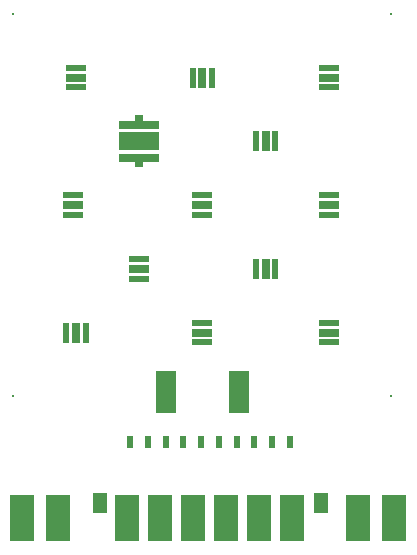
<source format=gts>
G04*
G04 #@! TF.GenerationSoftware,Altium Limited,Altium Designer,23.2.1 (34)*
G04*
G04 Layer_Color=8388736*
%FSLAX44Y44*%
%MOMM*%
G71*
G04*
G04 #@! TF.SameCoordinates,6A6E008A-4200-4647-9FD2-FB3E41D18EF4*
G04*
G04*
G04 #@! TF.FilePolarity,Negative*
G04*
G01*
G75*
%ADD22R,1.2500X1.8000*%
%ADD23R,0.6000X1.0000*%
%ADD25R,0.5500X1.8000*%
%ADD26R,0.6500X1.8000*%
%ADD27R,1.8000X0.5500*%
%ADD28R,1.8000X0.6500*%
%ADD29R,3.5032X1.5032*%
%ADD30R,3.5032X0.7032*%
%ADD31R,2.1082X4.0132*%
%ADD32R,1.6532X3.6532*%
%ADD33R,0.7032X0.7532*%
%ADD34C,0.2032*%
D22*
X103450Y45500D02*
D03*
X290550D02*
D03*
D23*
X264500Y97400D02*
D03*
X249500D02*
D03*
X234500D02*
D03*
X219500D02*
D03*
X204500D02*
D03*
X189500D02*
D03*
X174500D02*
D03*
X159500D02*
D03*
X144500D02*
D03*
X129500D02*
D03*
D25*
X252250Y244000D02*
D03*
X235750D02*
D03*
X91750Y190000D02*
D03*
X75250D02*
D03*
X252250Y352000D02*
D03*
X235750D02*
D03*
X198750Y406000D02*
D03*
X182250D02*
D03*
D26*
X244000Y244000D02*
D03*
X83500Y190000D02*
D03*
X244000Y352000D02*
D03*
X190500Y406000D02*
D03*
D27*
X137000Y252250D02*
D03*
Y235750D02*
D03*
X297500Y181750D02*
D03*
Y198250D02*
D03*
Y397750D02*
D03*
Y414250D02*
D03*
X83500Y414250D02*
D03*
Y397750D02*
D03*
X190500Y306250D02*
D03*
Y289750D02*
D03*
X297500Y289750D02*
D03*
Y306250D02*
D03*
X81224Y306250D02*
D03*
Y289750D02*
D03*
X190500Y198250D02*
D03*
Y181750D02*
D03*
D28*
X137000Y244000D02*
D03*
X297500Y190000D02*
D03*
Y406000D02*
D03*
X83500Y406000D02*
D03*
X190500Y298000D02*
D03*
X297500Y298000D02*
D03*
X81224Y298000D02*
D03*
X190500Y190000D02*
D03*
D29*
X137000Y352000D02*
D03*
D30*
Y338000D02*
D03*
Y366000D02*
D03*
D31*
X182880Y33020D02*
D03*
X353060D02*
D03*
X322580D02*
D03*
X266700D02*
D03*
X238760D02*
D03*
X210820D02*
D03*
X154940D02*
D03*
X127000D02*
D03*
X68580D02*
D03*
X38100D02*
D03*
D32*
X159500Y139928D02*
D03*
X221500D02*
D03*
D33*
X137000Y370750D02*
D03*
X137000Y333250D02*
D03*
D34*
X350000Y136500D02*
D03*
X30000D02*
D03*
X350000Y460000D02*
D03*
X30000D02*
D03*
M02*

</source>
